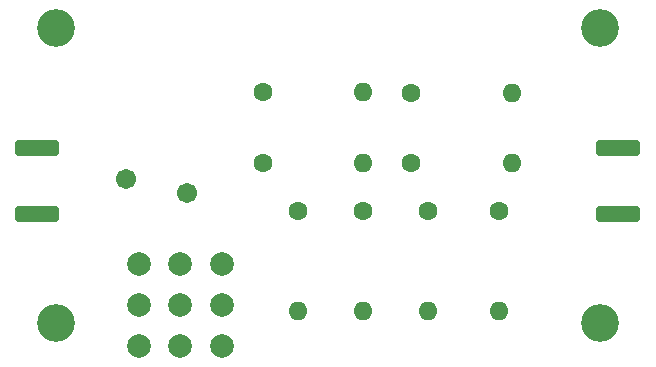
<source format=gbr>
%TF.GenerationSoftware,KiCad,Pcbnew,8.0.5*%
%TF.CreationDate,2024-10-05T17:35:55+09:00*%
%TF.ProjectId,ATT_24dB,4154545f-3234-4644-922e-6b696361645f,rev?*%
%TF.SameCoordinates,Original*%
%TF.FileFunction,Soldermask,Bot*%
%TF.FilePolarity,Negative*%
%FSLAX46Y46*%
G04 Gerber Fmt 4.6, Leading zero omitted, Abs format (unit mm)*
G04 Created by KiCad (PCBNEW 8.0.5) date 2024-10-05 17:35:55*
%MOMM*%
%LPD*%
G01*
G04 APERTURE LIST*
G04 Aperture macros list*
%AMRoundRect*
0 Rectangle with rounded corners*
0 $1 Rounding radius*
0 $2 $3 $4 $5 $6 $7 $8 $9 X,Y pos of 4 corners*
0 Add a 4 corners polygon primitive as box body*
4,1,4,$2,$3,$4,$5,$6,$7,$8,$9,$2,$3,0*
0 Add four circle primitives for the rounded corners*
1,1,$1+$1,$2,$3*
1,1,$1+$1,$4,$5*
1,1,$1+$1,$6,$7*
1,1,$1+$1,$8,$9*
0 Add four rect primitives between the rounded corners*
20,1,$1+$1,$2,$3,$4,$5,0*
20,1,$1+$1,$4,$5,$6,$7,0*
20,1,$1+$1,$6,$7,$8,$9,0*
20,1,$1+$1,$8,$9,$2,$3,0*%
G04 Aperture macros list end*
%ADD10C,2.000000*%
%ADD11C,3.200000*%
%ADD12RoundRect,0.250000X1.600000X-0.425000X1.600000X0.425000X-1.600000X0.425000X-1.600000X-0.425000X0*%
%ADD13C,1.600000*%
%ADD14O,1.600000X1.600000*%
%ADD15RoundRect,0.250000X-1.600000X0.425000X-1.600000X-0.425000X1.600000X-0.425000X1.600000X0.425000X0*%
%ADD16C,1.710000*%
G04 APERTURE END LIST*
D10*
%TO.C,REF001*%
X71500000Y-49000000D03*
%TD*%
D11*
%TO.C,REF4*%
X110500000Y-54000000D03*
%TD*%
D12*
%TO.C,J2*%
X112087500Y-39175000D03*
X112087500Y-44825000D03*
%TD*%
D10*
%TO.C,REF001*%
X75000000Y-56000000D03*
%TD*%
%TO.C,REF001*%
X78500000Y-52500000D03*
%TD*%
D13*
%TO.C,R8*%
X94565000Y-40467500D03*
D14*
X103065000Y-40467500D03*
%TD*%
D13*
%TO.C,R1*%
X85000000Y-44500000D03*
D14*
X85000000Y-53000000D03*
%TD*%
D13*
%TO.C,R6*%
X94565000Y-34500000D03*
D14*
X103065000Y-34500000D03*
%TD*%
D10*
%TO.C,REF001*%
X78500000Y-49000000D03*
%TD*%
D13*
%TO.C,R7*%
X82000000Y-40435000D03*
D14*
X90500000Y-40435000D03*
%TD*%
D13*
%TO.C,R3*%
X96000000Y-44500000D03*
D14*
X96000000Y-53000000D03*
%TD*%
D13*
%TO.C,R5*%
X82000000Y-34467500D03*
D14*
X90500000Y-34467500D03*
%TD*%
D11*
%TO.C,REF3*%
X64500000Y-54000000D03*
%TD*%
D10*
%TO.C,REF001*%
X75000000Y-49000000D03*
%TD*%
D11*
%TO.C,REF1*%
X64500000Y-29000000D03*
%TD*%
D13*
%TO.C,R2*%
X90500000Y-44500000D03*
D14*
X90500000Y-53000000D03*
%TD*%
D11*
%TO.C,REF2*%
X110500000Y-29000000D03*
%TD*%
D15*
%TO.C,J1*%
X62912500Y-44825000D03*
X62912500Y-39175000D03*
%TD*%
D16*
%TO.C,F1*%
X75532500Y-43000000D03*
X70432500Y-41800000D03*
%TD*%
D10*
%TO.C,REF001*%
X75000000Y-52500000D03*
%TD*%
D13*
%TO.C,R4*%
X102000000Y-44500000D03*
D14*
X102000000Y-53000000D03*
%TD*%
D10*
%TO.C,REF001*%
X71500000Y-52500000D03*
%TD*%
%TO.C,REF001*%
X78500000Y-56000000D03*
%TD*%
%TO.C,REF001*%
X71500000Y-56000000D03*
%TD*%
M02*

</source>
